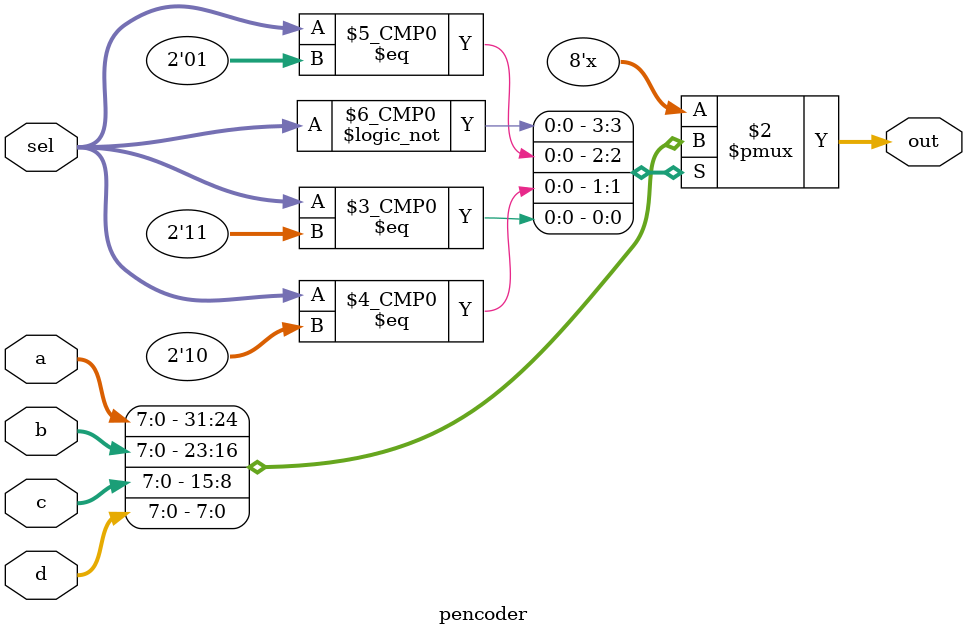
<source format=v>
module pencoder(a, b, c, d, sel, out);
	input[7:0] a, b, c, d;
	input[1:0] sel;
	output reg[7:0] out;
	
	always @ (a or b or c or d or sel) begin
		case(sel)
			2'b00: out <= a;
			2'b01: out <= b;
			2'b10: out <= c;
			2'b11: out <= d;
		endcase
	end

endmodule

</source>
